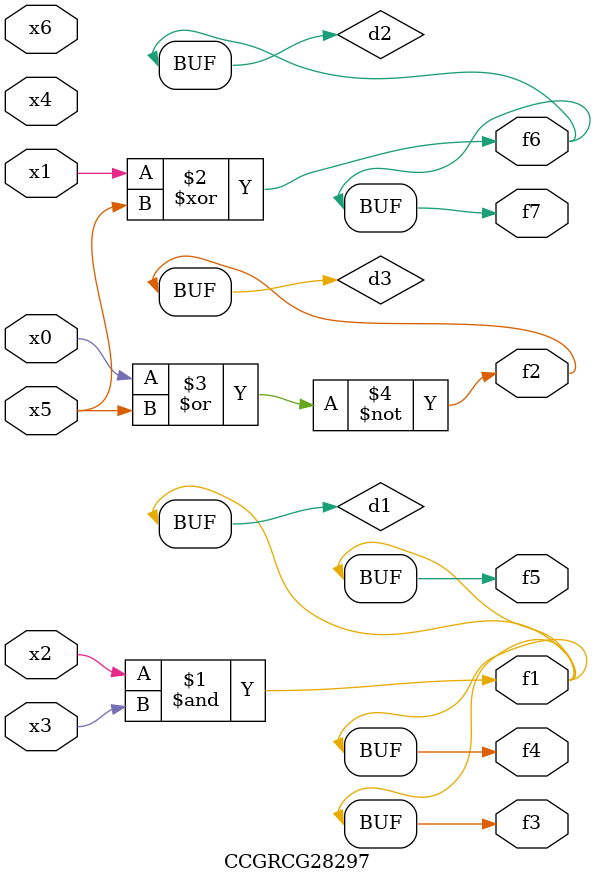
<source format=v>
module CCGRCG28297(
	input x0, x1, x2, x3, x4, x5, x6,
	output f1, f2, f3, f4, f5, f6, f7
);

	wire d1, d2, d3;

	and (d1, x2, x3);
	xor (d2, x1, x5);
	nor (d3, x0, x5);
	assign f1 = d1;
	assign f2 = d3;
	assign f3 = d1;
	assign f4 = d1;
	assign f5 = d1;
	assign f6 = d2;
	assign f7 = d2;
endmodule

</source>
